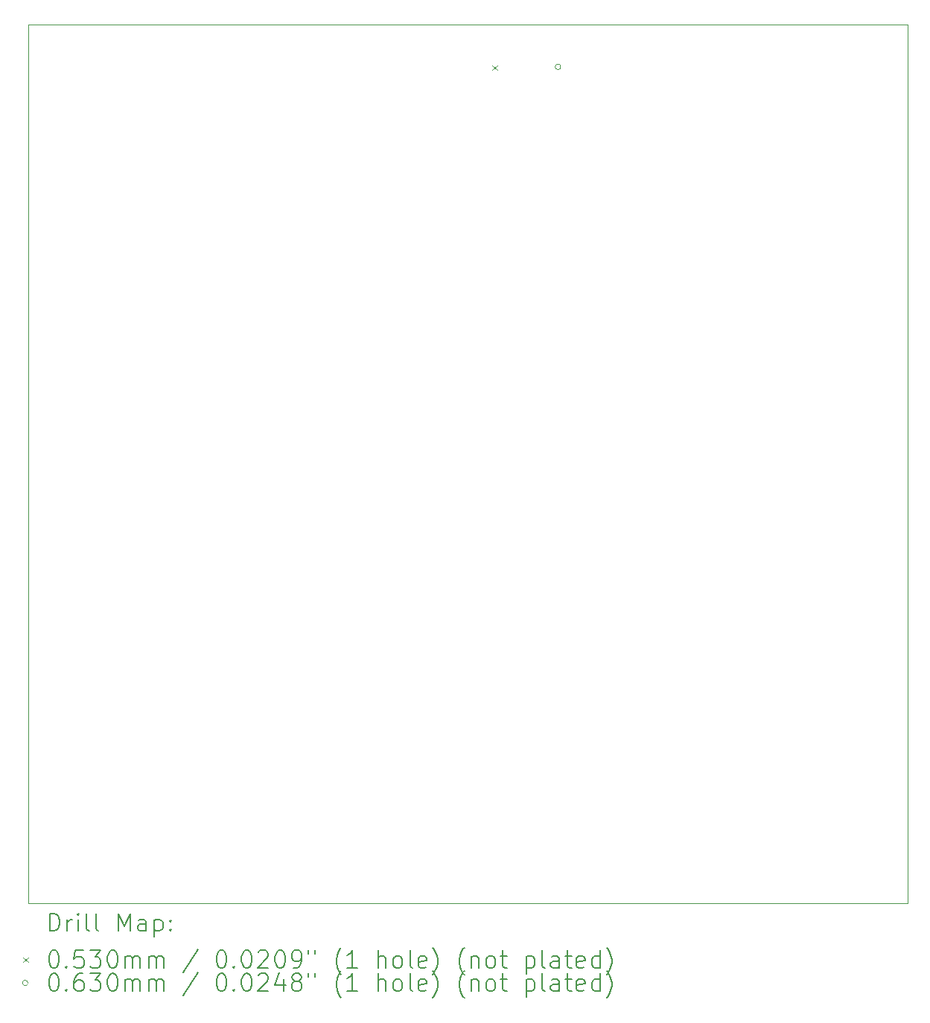
<source format=gbr>
%TF.GenerationSoftware,KiCad,Pcbnew,7.0.2*%
%TF.CreationDate,2024-06-02T17:27:20+02:00*%
%TF.ProjectId,Podgrzewacz,506f6467-727a-4657-9761-637a2e6b6963,rev?*%
%TF.SameCoordinates,Original*%
%TF.FileFunction,Drillmap*%
%TF.FilePolarity,Positive*%
%FSLAX45Y45*%
G04 Gerber Fmt 4.5, Leading zero omitted, Abs format (unit mm)*
G04 Created by KiCad (PCBNEW 7.0.2) date 2024-06-02 17:27:20*
%MOMM*%
%LPD*%
G01*
G04 APERTURE LIST*
%ADD10C,0.100000*%
%ADD11C,0.200000*%
%ADD12C,0.053000*%
%ADD13C,0.063000*%
G04 APERTURE END LIST*
D10*
X10000000Y-6000000D02*
X20000000Y-6000000D01*
X20000000Y-16000000D01*
X10000000Y-16000000D01*
X10000000Y-6000000D01*
D11*
D12*
X15275500Y-6465000D02*
X15328500Y-6518000D01*
X15328500Y-6465000D02*
X15275500Y-6518000D01*
D13*
X16053500Y-6485000D02*
G75*
G03*
X16053500Y-6485000I-31500J0D01*
G01*
D11*
X10242619Y-16317524D02*
X10242619Y-16117524D01*
X10242619Y-16117524D02*
X10290238Y-16117524D01*
X10290238Y-16117524D02*
X10318810Y-16127048D01*
X10318810Y-16127048D02*
X10337857Y-16146095D01*
X10337857Y-16146095D02*
X10347381Y-16165143D01*
X10347381Y-16165143D02*
X10356905Y-16203238D01*
X10356905Y-16203238D02*
X10356905Y-16231809D01*
X10356905Y-16231809D02*
X10347381Y-16269905D01*
X10347381Y-16269905D02*
X10337857Y-16288952D01*
X10337857Y-16288952D02*
X10318810Y-16308000D01*
X10318810Y-16308000D02*
X10290238Y-16317524D01*
X10290238Y-16317524D02*
X10242619Y-16317524D01*
X10442619Y-16317524D02*
X10442619Y-16184190D01*
X10442619Y-16222286D02*
X10452143Y-16203238D01*
X10452143Y-16203238D02*
X10461667Y-16193714D01*
X10461667Y-16193714D02*
X10480714Y-16184190D01*
X10480714Y-16184190D02*
X10499762Y-16184190D01*
X10566429Y-16317524D02*
X10566429Y-16184190D01*
X10566429Y-16117524D02*
X10556905Y-16127048D01*
X10556905Y-16127048D02*
X10566429Y-16136571D01*
X10566429Y-16136571D02*
X10575952Y-16127048D01*
X10575952Y-16127048D02*
X10566429Y-16117524D01*
X10566429Y-16117524D02*
X10566429Y-16136571D01*
X10690238Y-16317524D02*
X10671190Y-16308000D01*
X10671190Y-16308000D02*
X10661667Y-16288952D01*
X10661667Y-16288952D02*
X10661667Y-16117524D01*
X10795000Y-16317524D02*
X10775952Y-16308000D01*
X10775952Y-16308000D02*
X10766429Y-16288952D01*
X10766429Y-16288952D02*
X10766429Y-16117524D01*
X11023571Y-16317524D02*
X11023571Y-16117524D01*
X11023571Y-16117524D02*
X11090238Y-16260381D01*
X11090238Y-16260381D02*
X11156905Y-16117524D01*
X11156905Y-16117524D02*
X11156905Y-16317524D01*
X11337857Y-16317524D02*
X11337857Y-16212762D01*
X11337857Y-16212762D02*
X11328333Y-16193714D01*
X11328333Y-16193714D02*
X11309286Y-16184190D01*
X11309286Y-16184190D02*
X11271190Y-16184190D01*
X11271190Y-16184190D02*
X11252143Y-16193714D01*
X11337857Y-16308000D02*
X11318809Y-16317524D01*
X11318809Y-16317524D02*
X11271190Y-16317524D01*
X11271190Y-16317524D02*
X11252143Y-16308000D01*
X11252143Y-16308000D02*
X11242619Y-16288952D01*
X11242619Y-16288952D02*
X11242619Y-16269905D01*
X11242619Y-16269905D02*
X11252143Y-16250857D01*
X11252143Y-16250857D02*
X11271190Y-16241333D01*
X11271190Y-16241333D02*
X11318809Y-16241333D01*
X11318809Y-16241333D02*
X11337857Y-16231809D01*
X11433095Y-16184190D02*
X11433095Y-16384190D01*
X11433095Y-16193714D02*
X11452143Y-16184190D01*
X11452143Y-16184190D02*
X11490238Y-16184190D01*
X11490238Y-16184190D02*
X11509286Y-16193714D01*
X11509286Y-16193714D02*
X11518809Y-16203238D01*
X11518809Y-16203238D02*
X11528333Y-16222286D01*
X11528333Y-16222286D02*
X11528333Y-16279428D01*
X11528333Y-16279428D02*
X11518809Y-16298476D01*
X11518809Y-16298476D02*
X11509286Y-16308000D01*
X11509286Y-16308000D02*
X11490238Y-16317524D01*
X11490238Y-16317524D02*
X11452143Y-16317524D01*
X11452143Y-16317524D02*
X11433095Y-16308000D01*
X11614048Y-16298476D02*
X11623571Y-16308000D01*
X11623571Y-16308000D02*
X11614048Y-16317524D01*
X11614048Y-16317524D02*
X11604524Y-16308000D01*
X11604524Y-16308000D02*
X11614048Y-16298476D01*
X11614048Y-16298476D02*
X11614048Y-16317524D01*
X11614048Y-16193714D02*
X11623571Y-16203238D01*
X11623571Y-16203238D02*
X11614048Y-16212762D01*
X11614048Y-16212762D02*
X11604524Y-16203238D01*
X11604524Y-16203238D02*
X11614048Y-16193714D01*
X11614048Y-16193714D02*
X11614048Y-16212762D01*
D12*
X9942000Y-16618500D02*
X9995000Y-16671500D01*
X9995000Y-16618500D02*
X9942000Y-16671500D01*
D11*
X10280714Y-16537524D02*
X10299762Y-16537524D01*
X10299762Y-16537524D02*
X10318810Y-16547048D01*
X10318810Y-16547048D02*
X10328333Y-16556571D01*
X10328333Y-16556571D02*
X10337857Y-16575619D01*
X10337857Y-16575619D02*
X10347381Y-16613714D01*
X10347381Y-16613714D02*
X10347381Y-16661333D01*
X10347381Y-16661333D02*
X10337857Y-16699428D01*
X10337857Y-16699428D02*
X10328333Y-16718476D01*
X10328333Y-16718476D02*
X10318810Y-16728000D01*
X10318810Y-16728000D02*
X10299762Y-16737524D01*
X10299762Y-16737524D02*
X10280714Y-16737524D01*
X10280714Y-16737524D02*
X10261667Y-16728000D01*
X10261667Y-16728000D02*
X10252143Y-16718476D01*
X10252143Y-16718476D02*
X10242619Y-16699428D01*
X10242619Y-16699428D02*
X10233095Y-16661333D01*
X10233095Y-16661333D02*
X10233095Y-16613714D01*
X10233095Y-16613714D02*
X10242619Y-16575619D01*
X10242619Y-16575619D02*
X10252143Y-16556571D01*
X10252143Y-16556571D02*
X10261667Y-16547048D01*
X10261667Y-16547048D02*
X10280714Y-16537524D01*
X10433095Y-16718476D02*
X10442619Y-16728000D01*
X10442619Y-16728000D02*
X10433095Y-16737524D01*
X10433095Y-16737524D02*
X10423571Y-16728000D01*
X10423571Y-16728000D02*
X10433095Y-16718476D01*
X10433095Y-16718476D02*
X10433095Y-16737524D01*
X10623571Y-16537524D02*
X10528333Y-16537524D01*
X10528333Y-16537524D02*
X10518810Y-16632762D01*
X10518810Y-16632762D02*
X10528333Y-16623238D01*
X10528333Y-16623238D02*
X10547381Y-16613714D01*
X10547381Y-16613714D02*
X10595000Y-16613714D01*
X10595000Y-16613714D02*
X10614048Y-16623238D01*
X10614048Y-16623238D02*
X10623571Y-16632762D01*
X10623571Y-16632762D02*
X10633095Y-16651809D01*
X10633095Y-16651809D02*
X10633095Y-16699428D01*
X10633095Y-16699428D02*
X10623571Y-16718476D01*
X10623571Y-16718476D02*
X10614048Y-16728000D01*
X10614048Y-16728000D02*
X10595000Y-16737524D01*
X10595000Y-16737524D02*
X10547381Y-16737524D01*
X10547381Y-16737524D02*
X10528333Y-16728000D01*
X10528333Y-16728000D02*
X10518810Y-16718476D01*
X10699762Y-16537524D02*
X10823571Y-16537524D01*
X10823571Y-16537524D02*
X10756905Y-16613714D01*
X10756905Y-16613714D02*
X10785476Y-16613714D01*
X10785476Y-16613714D02*
X10804524Y-16623238D01*
X10804524Y-16623238D02*
X10814048Y-16632762D01*
X10814048Y-16632762D02*
X10823571Y-16651809D01*
X10823571Y-16651809D02*
X10823571Y-16699428D01*
X10823571Y-16699428D02*
X10814048Y-16718476D01*
X10814048Y-16718476D02*
X10804524Y-16728000D01*
X10804524Y-16728000D02*
X10785476Y-16737524D01*
X10785476Y-16737524D02*
X10728333Y-16737524D01*
X10728333Y-16737524D02*
X10709286Y-16728000D01*
X10709286Y-16728000D02*
X10699762Y-16718476D01*
X10947381Y-16537524D02*
X10966429Y-16537524D01*
X10966429Y-16537524D02*
X10985476Y-16547048D01*
X10985476Y-16547048D02*
X10995000Y-16556571D01*
X10995000Y-16556571D02*
X11004524Y-16575619D01*
X11004524Y-16575619D02*
X11014048Y-16613714D01*
X11014048Y-16613714D02*
X11014048Y-16661333D01*
X11014048Y-16661333D02*
X11004524Y-16699428D01*
X11004524Y-16699428D02*
X10995000Y-16718476D01*
X10995000Y-16718476D02*
X10985476Y-16728000D01*
X10985476Y-16728000D02*
X10966429Y-16737524D01*
X10966429Y-16737524D02*
X10947381Y-16737524D01*
X10947381Y-16737524D02*
X10928333Y-16728000D01*
X10928333Y-16728000D02*
X10918810Y-16718476D01*
X10918810Y-16718476D02*
X10909286Y-16699428D01*
X10909286Y-16699428D02*
X10899762Y-16661333D01*
X10899762Y-16661333D02*
X10899762Y-16613714D01*
X10899762Y-16613714D02*
X10909286Y-16575619D01*
X10909286Y-16575619D02*
X10918810Y-16556571D01*
X10918810Y-16556571D02*
X10928333Y-16547048D01*
X10928333Y-16547048D02*
X10947381Y-16537524D01*
X11099762Y-16737524D02*
X11099762Y-16604190D01*
X11099762Y-16623238D02*
X11109286Y-16613714D01*
X11109286Y-16613714D02*
X11128333Y-16604190D01*
X11128333Y-16604190D02*
X11156905Y-16604190D01*
X11156905Y-16604190D02*
X11175952Y-16613714D01*
X11175952Y-16613714D02*
X11185476Y-16632762D01*
X11185476Y-16632762D02*
X11185476Y-16737524D01*
X11185476Y-16632762D02*
X11195000Y-16613714D01*
X11195000Y-16613714D02*
X11214048Y-16604190D01*
X11214048Y-16604190D02*
X11242619Y-16604190D01*
X11242619Y-16604190D02*
X11261667Y-16613714D01*
X11261667Y-16613714D02*
X11271190Y-16632762D01*
X11271190Y-16632762D02*
X11271190Y-16737524D01*
X11366429Y-16737524D02*
X11366429Y-16604190D01*
X11366429Y-16623238D02*
X11375952Y-16613714D01*
X11375952Y-16613714D02*
X11395000Y-16604190D01*
X11395000Y-16604190D02*
X11423571Y-16604190D01*
X11423571Y-16604190D02*
X11442619Y-16613714D01*
X11442619Y-16613714D02*
X11452143Y-16632762D01*
X11452143Y-16632762D02*
X11452143Y-16737524D01*
X11452143Y-16632762D02*
X11461667Y-16613714D01*
X11461667Y-16613714D02*
X11480714Y-16604190D01*
X11480714Y-16604190D02*
X11509286Y-16604190D01*
X11509286Y-16604190D02*
X11528333Y-16613714D01*
X11528333Y-16613714D02*
X11537857Y-16632762D01*
X11537857Y-16632762D02*
X11537857Y-16737524D01*
X11928333Y-16528000D02*
X11756905Y-16785143D01*
X12185476Y-16537524D02*
X12204524Y-16537524D01*
X12204524Y-16537524D02*
X12223572Y-16547048D01*
X12223572Y-16547048D02*
X12233095Y-16556571D01*
X12233095Y-16556571D02*
X12242619Y-16575619D01*
X12242619Y-16575619D02*
X12252143Y-16613714D01*
X12252143Y-16613714D02*
X12252143Y-16661333D01*
X12252143Y-16661333D02*
X12242619Y-16699428D01*
X12242619Y-16699428D02*
X12233095Y-16718476D01*
X12233095Y-16718476D02*
X12223572Y-16728000D01*
X12223572Y-16728000D02*
X12204524Y-16737524D01*
X12204524Y-16737524D02*
X12185476Y-16737524D01*
X12185476Y-16737524D02*
X12166429Y-16728000D01*
X12166429Y-16728000D02*
X12156905Y-16718476D01*
X12156905Y-16718476D02*
X12147381Y-16699428D01*
X12147381Y-16699428D02*
X12137857Y-16661333D01*
X12137857Y-16661333D02*
X12137857Y-16613714D01*
X12137857Y-16613714D02*
X12147381Y-16575619D01*
X12147381Y-16575619D02*
X12156905Y-16556571D01*
X12156905Y-16556571D02*
X12166429Y-16547048D01*
X12166429Y-16547048D02*
X12185476Y-16537524D01*
X12337857Y-16718476D02*
X12347381Y-16728000D01*
X12347381Y-16728000D02*
X12337857Y-16737524D01*
X12337857Y-16737524D02*
X12328333Y-16728000D01*
X12328333Y-16728000D02*
X12337857Y-16718476D01*
X12337857Y-16718476D02*
X12337857Y-16737524D01*
X12471191Y-16537524D02*
X12490238Y-16537524D01*
X12490238Y-16537524D02*
X12509286Y-16547048D01*
X12509286Y-16547048D02*
X12518810Y-16556571D01*
X12518810Y-16556571D02*
X12528333Y-16575619D01*
X12528333Y-16575619D02*
X12537857Y-16613714D01*
X12537857Y-16613714D02*
X12537857Y-16661333D01*
X12537857Y-16661333D02*
X12528333Y-16699428D01*
X12528333Y-16699428D02*
X12518810Y-16718476D01*
X12518810Y-16718476D02*
X12509286Y-16728000D01*
X12509286Y-16728000D02*
X12490238Y-16737524D01*
X12490238Y-16737524D02*
X12471191Y-16737524D01*
X12471191Y-16737524D02*
X12452143Y-16728000D01*
X12452143Y-16728000D02*
X12442619Y-16718476D01*
X12442619Y-16718476D02*
X12433095Y-16699428D01*
X12433095Y-16699428D02*
X12423572Y-16661333D01*
X12423572Y-16661333D02*
X12423572Y-16613714D01*
X12423572Y-16613714D02*
X12433095Y-16575619D01*
X12433095Y-16575619D02*
X12442619Y-16556571D01*
X12442619Y-16556571D02*
X12452143Y-16547048D01*
X12452143Y-16547048D02*
X12471191Y-16537524D01*
X12614048Y-16556571D02*
X12623572Y-16547048D01*
X12623572Y-16547048D02*
X12642619Y-16537524D01*
X12642619Y-16537524D02*
X12690238Y-16537524D01*
X12690238Y-16537524D02*
X12709286Y-16547048D01*
X12709286Y-16547048D02*
X12718810Y-16556571D01*
X12718810Y-16556571D02*
X12728333Y-16575619D01*
X12728333Y-16575619D02*
X12728333Y-16594667D01*
X12728333Y-16594667D02*
X12718810Y-16623238D01*
X12718810Y-16623238D02*
X12604524Y-16737524D01*
X12604524Y-16737524D02*
X12728333Y-16737524D01*
X12852143Y-16537524D02*
X12871191Y-16537524D01*
X12871191Y-16537524D02*
X12890238Y-16547048D01*
X12890238Y-16547048D02*
X12899762Y-16556571D01*
X12899762Y-16556571D02*
X12909286Y-16575619D01*
X12909286Y-16575619D02*
X12918810Y-16613714D01*
X12918810Y-16613714D02*
X12918810Y-16661333D01*
X12918810Y-16661333D02*
X12909286Y-16699428D01*
X12909286Y-16699428D02*
X12899762Y-16718476D01*
X12899762Y-16718476D02*
X12890238Y-16728000D01*
X12890238Y-16728000D02*
X12871191Y-16737524D01*
X12871191Y-16737524D02*
X12852143Y-16737524D01*
X12852143Y-16737524D02*
X12833095Y-16728000D01*
X12833095Y-16728000D02*
X12823572Y-16718476D01*
X12823572Y-16718476D02*
X12814048Y-16699428D01*
X12814048Y-16699428D02*
X12804524Y-16661333D01*
X12804524Y-16661333D02*
X12804524Y-16613714D01*
X12804524Y-16613714D02*
X12814048Y-16575619D01*
X12814048Y-16575619D02*
X12823572Y-16556571D01*
X12823572Y-16556571D02*
X12833095Y-16547048D01*
X12833095Y-16547048D02*
X12852143Y-16537524D01*
X13014048Y-16737524D02*
X13052143Y-16737524D01*
X13052143Y-16737524D02*
X13071191Y-16728000D01*
X13071191Y-16728000D02*
X13080714Y-16718476D01*
X13080714Y-16718476D02*
X13099762Y-16689905D01*
X13099762Y-16689905D02*
X13109286Y-16651809D01*
X13109286Y-16651809D02*
X13109286Y-16575619D01*
X13109286Y-16575619D02*
X13099762Y-16556571D01*
X13099762Y-16556571D02*
X13090238Y-16547048D01*
X13090238Y-16547048D02*
X13071191Y-16537524D01*
X13071191Y-16537524D02*
X13033095Y-16537524D01*
X13033095Y-16537524D02*
X13014048Y-16547048D01*
X13014048Y-16547048D02*
X13004524Y-16556571D01*
X13004524Y-16556571D02*
X12995000Y-16575619D01*
X12995000Y-16575619D02*
X12995000Y-16623238D01*
X12995000Y-16623238D02*
X13004524Y-16642286D01*
X13004524Y-16642286D02*
X13014048Y-16651809D01*
X13014048Y-16651809D02*
X13033095Y-16661333D01*
X13033095Y-16661333D02*
X13071191Y-16661333D01*
X13071191Y-16661333D02*
X13090238Y-16651809D01*
X13090238Y-16651809D02*
X13099762Y-16642286D01*
X13099762Y-16642286D02*
X13109286Y-16623238D01*
X13185476Y-16537524D02*
X13185476Y-16575619D01*
X13261667Y-16537524D02*
X13261667Y-16575619D01*
X13556905Y-16813714D02*
X13547381Y-16804190D01*
X13547381Y-16804190D02*
X13528334Y-16775619D01*
X13528334Y-16775619D02*
X13518810Y-16756571D01*
X13518810Y-16756571D02*
X13509286Y-16728000D01*
X13509286Y-16728000D02*
X13499762Y-16680381D01*
X13499762Y-16680381D02*
X13499762Y-16642286D01*
X13499762Y-16642286D02*
X13509286Y-16594667D01*
X13509286Y-16594667D02*
X13518810Y-16566095D01*
X13518810Y-16566095D02*
X13528334Y-16547048D01*
X13528334Y-16547048D02*
X13547381Y-16518476D01*
X13547381Y-16518476D02*
X13556905Y-16508952D01*
X13737857Y-16737524D02*
X13623572Y-16737524D01*
X13680714Y-16737524D02*
X13680714Y-16537524D01*
X13680714Y-16537524D02*
X13661667Y-16566095D01*
X13661667Y-16566095D02*
X13642619Y-16585143D01*
X13642619Y-16585143D02*
X13623572Y-16594667D01*
X13975953Y-16737524D02*
X13975953Y-16537524D01*
X14061667Y-16737524D02*
X14061667Y-16632762D01*
X14061667Y-16632762D02*
X14052143Y-16613714D01*
X14052143Y-16613714D02*
X14033096Y-16604190D01*
X14033096Y-16604190D02*
X14004524Y-16604190D01*
X14004524Y-16604190D02*
X13985476Y-16613714D01*
X13985476Y-16613714D02*
X13975953Y-16623238D01*
X14185476Y-16737524D02*
X14166429Y-16728000D01*
X14166429Y-16728000D02*
X14156905Y-16718476D01*
X14156905Y-16718476D02*
X14147381Y-16699428D01*
X14147381Y-16699428D02*
X14147381Y-16642286D01*
X14147381Y-16642286D02*
X14156905Y-16623238D01*
X14156905Y-16623238D02*
X14166429Y-16613714D01*
X14166429Y-16613714D02*
X14185476Y-16604190D01*
X14185476Y-16604190D02*
X14214048Y-16604190D01*
X14214048Y-16604190D02*
X14233096Y-16613714D01*
X14233096Y-16613714D02*
X14242619Y-16623238D01*
X14242619Y-16623238D02*
X14252143Y-16642286D01*
X14252143Y-16642286D02*
X14252143Y-16699428D01*
X14252143Y-16699428D02*
X14242619Y-16718476D01*
X14242619Y-16718476D02*
X14233096Y-16728000D01*
X14233096Y-16728000D02*
X14214048Y-16737524D01*
X14214048Y-16737524D02*
X14185476Y-16737524D01*
X14366429Y-16737524D02*
X14347381Y-16728000D01*
X14347381Y-16728000D02*
X14337857Y-16708952D01*
X14337857Y-16708952D02*
X14337857Y-16537524D01*
X14518810Y-16728000D02*
X14499762Y-16737524D01*
X14499762Y-16737524D02*
X14461667Y-16737524D01*
X14461667Y-16737524D02*
X14442619Y-16728000D01*
X14442619Y-16728000D02*
X14433096Y-16708952D01*
X14433096Y-16708952D02*
X14433096Y-16632762D01*
X14433096Y-16632762D02*
X14442619Y-16613714D01*
X14442619Y-16613714D02*
X14461667Y-16604190D01*
X14461667Y-16604190D02*
X14499762Y-16604190D01*
X14499762Y-16604190D02*
X14518810Y-16613714D01*
X14518810Y-16613714D02*
X14528334Y-16632762D01*
X14528334Y-16632762D02*
X14528334Y-16651809D01*
X14528334Y-16651809D02*
X14433096Y-16670857D01*
X14595000Y-16813714D02*
X14604524Y-16804190D01*
X14604524Y-16804190D02*
X14623572Y-16775619D01*
X14623572Y-16775619D02*
X14633096Y-16756571D01*
X14633096Y-16756571D02*
X14642619Y-16728000D01*
X14642619Y-16728000D02*
X14652143Y-16680381D01*
X14652143Y-16680381D02*
X14652143Y-16642286D01*
X14652143Y-16642286D02*
X14642619Y-16594667D01*
X14642619Y-16594667D02*
X14633096Y-16566095D01*
X14633096Y-16566095D02*
X14623572Y-16547048D01*
X14623572Y-16547048D02*
X14604524Y-16518476D01*
X14604524Y-16518476D02*
X14595000Y-16508952D01*
X14956905Y-16813714D02*
X14947381Y-16804190D01*
X14947381Y-16804190D02*
X14928334Y-16775619D01*
X14928334Y-16775619D02*
X14918810Y-16756571D01*
X14918810Y-16756571D02*
X14909286Y-16728000D01*
X14909286Y-16728000D02*
X14899762Y-16680381D01*
X14899762Y-16680381D02*
X14899762Y-16642286D01*
X14899762Y-16642286D02*
X14909286Y-16594667D01*
X14909286Y-16594667D02*
X14918810Y-16566095D01*
X14918810Y-16566095D02*
X14928334Y-16547048D01*
X14928334Y-16547048D02*
X14947381Y-16518476D01*
X14947381Y-16518476D02*
X14956905Y-16508952D01*
X15033096Y-16604190D02*
X15033096Y-16737524D01*
X15033096Y-16623238D02*
X15042619Y-16613714D01*
X15042619Y-16613714D02*
X15061667Y-16604190D01*
X15061667Y-16604190D02*
X15090238Y-16604190D01*
X15090238Y-16604190D02*
X15109286Y-16613714D01*
X15109286Y-16613714D02*
X15118810Y-16632762D01*
X15118810Y-16632762D02*
X15118810Y-16737524D01*
X15242619Y-16737524D02*
X15223572Y-16728000D01*
X15223572Y-16728000D02*
X15214048Y-16718476D01*
X15214048Y-16718476D02*
X15204524Y-16699428D01*
X15204524Y-16699428D02*
X15204524Y-16642286D01*
X15204524Y-16642286D02*
X15214048Y-16623238D01*
X15214048Y-16623238D02*
X15223572Y-16613714D01*
X15223572Y-16613714D02*
X15242619Y-16604190D01*
X15242619Y-16604190D02*
X15271191Y-16604190D01*
X15271191Y-16604190D02*
X15290238Y-16613714D01*
X15290238Y-16613714D02*
X15299762Y-16623238D01*
X15299762Y-16623238D02*
X15309286Y-16642286D01*
X15309286Y-16642286D02*
X15309286Y-16699428D01*
X15309286Y-16699428D02*
X15299762Y-16718476D01*
X15299762Y-16718476D02*
X15290238Y-16728000D01*
X15290238Y-16728000D02*
X15271191Y-16737524D01*
X15271191Y-16737524D02*
X15242619Y-16737524D01*
X15366429Y-16604190D02*
X15442619Y-16604190D01*
X15395000Y-16537524D02*
X15395000Y-16708952D01*
X15395000Y-16708952D02*
X15404524Y-16728000D01*
X15404524Y-16728000D02*
X15423572Y-16737524D01*
X15423572Y-16737524D02*
X15442619Y-16737524D01*
X15661667Y-16604190D02*
X15661667Y-16804190D01*
X15661667Y-16613714D02*
X15680715Y-16604190D01*
X15680715Y-16604190D02*
X15718810Y-16604190D01*
X15718810Y-16604190D02*
X15737858Y-16613714D01*
X15737858Y-16613714D02*
X15747381Y-16623238D01*
X15747381Y-16623238D02*
X15756905Y-16642286D01*
X15756905Y-16642286D02*
X15756905Y-16699428D01*
X15756905Y-16699428D02*
X15747381Y-16718476D01*
X15747381Y-16718476D02*
X15737858Y-16728000D01*
X15737858Y-16728000D02*
X15718810Y-16737524D01*
X15718810Y-16737524D02*
X15680715Y-16737524D01*
X15680715Y-16737524D02*
X15661667Y-16728000D01*
X15871191Y-16737524D02*
X15852143Y-16728000D01*
X15852143Y-16728000D02*
X15842619Y-16708952D01*
X15842619Y-16708952D02*
X15842619Y-16537524D01*
X16033096Y-16737524D02*
X16033096Y-16632762D01*
X16033096Y-16632762D02*
X16023572Y-16613714D01*
X16023572Y-16613714D02*
X16004524Y-16604190D01*
X16004524Y-16604190D02*
X15966429Y-16604190D01*
X15966429Y-16604190D02*
X15947381Y-16613714D01*
X16033096Y-16728000D02*
X16014048Y-16737524D01*
X16014048Y-16737524D02*
X15966429Y-16737524D01*
X15966429Y-16737524D02*
X15947381Y-16728000D01*
X15947381Y-16728000D02*
X15937858Y-16708952D01*
X15937858Y-16708952D02*
X15937858Y-16689905D01*
X15937858Y-16689905D02*
X15947381Y-16670857D01*
X15947381Y-16670857D02*
X15966429Y-16661333D01*
X15966429Y-16661333D02*
X16014048Y-16661333D01*
X16014048Y-16661333D02*
X16033096Y-16651809D01*
X16099762Y-16604190D02*
X16175953Y-16604190D01*
X16128334Y-16537524D02*
X16128334Y-16708952D01*
X16128334Y-16708952D02*
X16137858Y-16728000D01*
X16137858Y-16728000D02*
X16156905Y-16737524D01*
X16156905Y-16737524D02*
X16175953Y-16737524D01*
X16318810Y-16728000D02*
X16299762Y-16737524D01*
X16299762Y-16737524D02*
X16261667Y-16737524D01*
X16261667Y-16737524D02*
X16242619Y-16728000D01*
X16242619Y-16728000D02*
X16233096Y-16708952D01*
X16233096Y-16708952D02*
X16233096Y-16632762D01*
X16233096Y-16632762D02*
X16242619Y-16613714D01*
X16242619Y-16613714D02*
X16261667Y-16604190D01*
X16261667Y-16604190D02*
X16299762Y-16604190D01*
X16299762Y-16604190D02*
X16318810Y-16613714D01*
X16318810Y-16613714D02*
X16328334Y-16632762D01*
X16328334Y-16632762D02*
X16328334Y-16651809D01*
X16328334Y-16651809D02*
X16233096Y-16670857D01*
X16499762Y-16737524D02*
X16499762Y-16537524D01*
X16499762Y-16728000D02*
X16480715Y-16737524D01*
X16480715Y-16737524D02*
X16442619Y-16737524D01*
X16442619Y-16737524D02*
X16423572Y-16728000D01*
X16423572Y-16728000D02*
X16414048Y-16718476D01*
X16414048Y-16718476D02*
X16404524Y-16699428D01*
X16404524Y-16699428D02*
X16404524Y-16642286D01*
X16404524Y-16642286D02*
X16414048Y-16623238D01*
X16414048Y-16623238D02*
X16423572Y-16613714D01*
X16423572Y-16613714D02*
X16442619Y-16604190D01*
X16442619Y-16604190D02*
X16480715Y-16604190D01*
X16480715Y-16604190D02*
X16499762Y-16613714D01*
X16575953Y-16813714D02*
X16585477Y-16804190D01*
X16585477Y-16804190D02*
X16604524Y-16775619D01*
X16604524Y-16775619D02*
X16614048Y-16756571D01*
X16614048Y-16756571D02*
X16623572Y-16728000D01*
X16623572Y-16728000D02*
X16633096Y-16680381D01*
X16633096Y-16680381D02*
X16633096Y-16642286D01*
X16633096Y-16642286D02*
X16623572Y-16594667D01*
X16623572Y-16594667D02*
X16614048Y-16566095D01*
X16614048Y-16566095D02*
X16604524Y-16547048D01*
X16604524Y-16547048D02*
X16585477Y-16518476D01*
X16585477Y-16518476D02*
X16575953Y-16508952D01*
D13*
X9995000Y-16909000D02*
G75*
G03*
X9995000Y-16909000I-31500J0D01*
G01*
D11*
X10280714Y-16801524D02*
X10299762Y-16801524D01*
X10299762Y-16801524D02*
X10318810Y-16811048D01*
X10318810Y-16811048D02*
X10328333Y-16820571D01*
X10328333Y-16820571D02*
X10337857Y-16839619D01*
X10337857Y-16839619D02*
X10347381Y-16877714D01*
X10347381Y-16877714D02*
X10347381Y-16925333D01*
X10347381Y-16925333D02*
X10337857Y-16963429D01*
X10337857Y-16963429D02*
X10328333Y-16982476D01*
X10328333Y-16982476D02*
X10318810Y-16992000D01*
X10318810Y-16992000D02*
X10299762Y-17001524D01*
X10299762Y-17001524D02*
X10280714Y-17001524D01*
X10280714Y-17001524D02*
X10261667Y-16992000D01*
X10261667Y-16992000D02*
X10252143Y-16982476D01*
X10252143Y-16982476D02*
X10242619Y-16963429D01*
X10242619Y-16963429D02*
X10233095Y-16925333D01*
X10233095Y-16925333D02*
X10233095Y-16877714D01*
X10233095Y-16877714D02*
X10242619Y-16839619D01*
X10242619Y-16839619D02*
X10252143Y-16820571D01*
X10252143Y-16820571D02*
X10261667Y-16811048D01*
X10261667Y-16811048D02*
X10280714Y-16801524D01*
X10433095Y-16982476D02*
X10442619Y-16992000D01*
X10442619Y-16992000D02*
X10433095Y-17001524D01*
X10433095Y-17001524D02*
X10423571Y-16992000D01*
X10423571Y-16992000D02*
X10433095Y-16982476D01*
X10433095Y-16982476D02*
X10433095Y-17001524D01*
X10614048Y-16801524D02*
X10575952Y-16801524D01*
X10575952Y-16801524D02*
X10556905Y-16811048D01*
X10556905Y-16811048D02*
X10547381Y-16820571D01*
X10547381Y-16820571D02*
X10528333Y-16849143D01*
X10528333Y-16849143D02*
X10518810Y-16887238D01*
X10518810Y-16887238D02*
X10518810Y-16963429D01*
X10518810Y-16963429D02*
X10528333Y-16982476D01*
X10528333Y-16982476D02*
X10537857Y-16992000D01*
X10537857Y-16992000D02*
X10556905Y-17001524D01*
X10556905Y-17001524D02*
X10595000Y-17001524D01*
X10595000Y-17001524D02*
X10614048Y-16992000D01*
X10614048Y-16992000D02*
X10623571Y-16982476D01*
X10623571Y-16982476D02*
X10633095Y-16963429D01*
X10633095Y-16963429D02*
X10633095Y-16915810D01*
X10633095Y-16915810D02*
X10623571Y-16896762D01*
X10623571Y-16896762D02*
X10614048Y-16887238D01*
X10614048Y-16887238D02*
X10595000Y-16877714D01*
X10595000Y-16877714D02*
X10556905Y-16877714D01*
X10556905Y-16877714D02*
X10537857Y-16887238D01*
X10537857Y-16887238D02*
X10528333Y-16896762D01*
X10528333Y-16896762D02*
X10518810Y-16915810D01*
X10699762Y-16801524D02*
X10823571Y-16801524D01*
X10823571Y-16801524D02*
X10756905Y-16877714D01*
X10756905Y-16877714D02*
X10785476Y-16877714D01*
X10785476Y-16877714D02*
X10804524Y-16887238D01*
X10804524Y-16887238D02*
X10814048Y-16896762D01*
X10814048Y-16896762D02*
X10823571Y-16915810D01*
X10823571Y-16915810D02*
X10823571Y-16963429D01*
X10823571Y-16963429D02*
X10814048Y-16982476D01*
X10814048Y-16982476D02*
X10804524Y-16992000D01*
X10804524Y-16992000D02*
X10785476Y-17001524D01*
X10785476Y-17001524D02*
X10728333Y-17001524D01*
X10728333Y-17001524D02*
X10709286Y-16992000D01*
X10709286Y-16992000D02*
X10699762Y-16982476D01*
X10947381Y-16801524D02*
X10966429Y-16801524D01*
X10966429Y-16801524D02*
X10985476Y-16811048D01*
X10985476Y-16811048D02*
X10995000Y-16820571D01*
X10995000Y-16820571D02*
X11004524Y-16839619D01*
X11004524Y-16839619D02*
X11014048Y-16877714D01*
X11014048Y-16877714D02*
X11014048Y-16925333D01*
X11014048Y-16925333D02*
X11004524Y-16963429D01*
X11004524Y-16963429D02*
X10995000Y-16982476D01*
X10995000Y-16982476D02*
X10985476Y-16992000D01*
X10985476Y-16992000D02*
X10966429Y-17001524D01*
X10966429Y-17001524D02*
X10947381Y-17001524D01*
X10947381Y-17001524D02*
X10928333Y-16992000D01*
X10928333Y-16992000D02*
X10918810Y-16982476D01*
X10918810Y-16982476D02*
X10909286Y-16963429D01*
X10909286Y-16963429D02*
X10899762Y-16925333D01*
X10899762Y-16925333D02*
X10899762Y-16877714D01*
X10899762Y-16877714D02*
X10909286Y-16839619D01*
X10909286Y-16839619D02*
X10918810Y-16820571D01*
X10918810Y-16820571D02*
X10928333Y-16811048D01*
X10928333Y-16811048D02*
X10947381Y-16801524D01*
X11099762Y-17001524D02*
X11099762Y-16868190D01*
X11099762Y-16887238D02*
X11109286Y-16877714D01*
X11109286Y-16877714D02*
X11128333Y-16868190D01*
X11128333Y-16868190D02*
X11156905Y-16868190D01*
X11156905Y-16868190D02*
X11175952Y-16877714D01*
X11175952Y-16877714D02*
X11185476Y-16896762D01*
X11185476Y-16896762D02*
X11185476Y-17001524D01*
X11185476Y-16896762D02*
X11195000Y-16877714D01*
X11195000Y-16877714D02*
X11214048Y-16868190D01*
X11214048Y-16868190D02*
X11242619Y-16868190D01*
X11242619Y-16868190D02*
X11261667Y-16877714D01*
X11261667Y-16877714D02*
X11271190Y-16896762D01*
X11271190Y-16896762D02*
X11271190Y-17001524D01*
X11366429Y-17001524D02*
X11366429Y-16868190D01*
X11366429Y-16887238D02*
X11375952Y-16877714D01*
X11375952Y-16877714D02*
X11395000Y-16868190D01*
X11395000Y-16868190D02*
X11423571Y-16868190D01*
X11423571Y-16868190D02*
X11442619Y-16877714D01*
X11442619Y-16877714D02*
X11452143Y-16896762D01*
X11452143Y-16896762D02*
X11452143Y-17001524D01*
X11452143Y-16896762D02*
X11461667Y-16877714D01*
X11461667Y-16877714D02*
X11480714Y-16868190D01*
X11480714Y-16868190D02*
X11509286Y-16868190D01*
X11509286Y-16868190D02*
X11528333Y-16877714D01*
X11528333Y-16877714D02*
X11537857Y-16896762D01*
X11537857Y-16896762D02*
X11537857Y-17001524D01*
X11928333Y-16792000D02*
X11756905Y-17049143D01*
X12185476Y-16801524D02*
X12204524Y-16801524D01*
X12204524Y-16801524D02*
X12223572Y-16811048D01*
X12223572Y-16811048D02*
X12233095Y-16820571D01*
X12233095Y-16820571D02*
X12242619Y-16839619D01*
X12242619Y-16839619D02*
X12252143Y-16877714D01*
X12252143Y-16877714D02*
X12252143Y-16925333D01*
X12252143Y-16925333D02*
X12242619Y-16963429D01*
X12242619Y-16963429D02*
X12233095Y-16982476D01*
X12233095Y-16982476D02*
X12223572Y-16992000D01*
X12223572Y-16992000D02*
X12204524Y-17001524D01*
X12204524Y-17001524D02*
X12185476Y-17001524D01*
X12185476Y-17001524D02*
X12166429Y-16992000D01*
X12166429Y-16992000D02*
X12156905Y-16982476D01*
X12156905Y-16982476D02*
X12147381Y-16963429D01*
X12147381Y-16963429D02*
X12137857Y-16925333D01*
X12137857Y-16925333D02*
X12137857Y-16877714D01*
X12137857Y-16877714D02*
X12147381Y-16839619D01*
X12147381Y-16839619D02*
X12156905Y-16820571D01*
X12156905Y-16820571D02*
X12166429Y-16811048D01*
X12166429Y-16811048D02*
X12185476Y-16801524D01*
X12337857Y-16982476D02*
X12347381Y-16992000D01*
X12347381Y-16992000D02*
X12337857Y-17001524D01*
X12337857Y-17001524D02*
X12328333Y-16992000D01*
X12328333Y-16992000D02*
X12337857Y-16982476D01*
X12337857Y-16982476D02*
X12337857Y-17001524D01*
X12471191Y-16801524D02*
X12490238Y-16801524D01*
X12490238Y-16801524D02*
X12509286Y-16811048D01*
X12509286Y-16811048D02*
X12518810Y-16820571D01*
X12518810Y-16820571D02*
X12528333Y-16839619D01*
X12528333Y-16839619D02*
X12537857Y-16877714D01*
X12537857Y-16877714D02*
X12537857Y-16925333D01*
X12537857Y-16925333D02*
X12528333Y-16963429D01*
X12528333Y-16963429D02*
X12518810Y-16982476D01*
X12518810Y-16982476D02*
X12509286Y-16992000D01*
X12509286Y-16992000D02*
X12490238Y-17001524D01*
X12490238Y-17001524D02*
X12471191Y-17001524D01*
X12471191Y-17001524D02*
X12452143Y-16992000D01*
X12452143Y-16992000D02*
X12442619Y-16982476D01*
X12442619Y-16982476D02*
X12433095Y-16963429D01*
X12433095Y-16963429D02*
X12423572Y-16925333D01*
X12423572Y-16925333D02*
X12423572Y-16877714D01*
X12423572Y-16877714D02*
X12433095Y-16839619D01*
X12433095Y-16839619D02*
X12442619Y-16820571D01*
X12442619Y-16820571D02*
X12452143Y-16811048D01*
X12452143Y-16811048D02*
X12471191Y-16801524D01*
X12614048Y-16820571D02*
X12623572Y-16811048D01*
X12623572Y-16811048D02*
X12642619Y-16801524D01*
X12642619Y-16801524D02*
X12690238Y-16801524D01*
X12690238Y-16801524D02*
X12709286Y-16811048D01*
X12709286Y-16811048D02*
X12718810Y-16820571D01*
X12718810Y-16820571D02*
X12728333Y-16839619D01*
X12728333Y-16839619D02*
X12728333Y-16858667D01*
X12728333Y-16858667D02*
X12718810Y-16887238D01*
X12718810Y-16887238D02*
X12604524Y-17001524D01*
X12604524Y-17001524D02*
X12728333Y-17001524D01*
X12899762Y-16868190D02*
X12899762Y-17001524D01*
X12852143Y-16792000D02*
X12804524Y-16934857D01*
X12804524Y-16934857D02*
X12928333Y-16934857D01*
X13033095Y-16887238D02*
X13014048Y-16877714D01*
X13014048Y-16877714D02*
X13004524Y-16868190D01*
X13004524Y-16868190D02*
X12995000Y-16849143D01*
X12995000Y-16849143D02*
X12995000Y-16839619D01*
X12995000Y-16839619D02*
X13004524Y-16820571D01*
X13004524Y-16820571D02*
X13014048Y-16811048D01*
X13014048Y-16811048D02*
X13033095Y-16801524D01*
X13033095Y-16801524D02*
X13071191Y-16801524D01*
X13071191Y-16801524D02*
X13090238Y-16811048D01*
X13090238Y-16811048D02*
X13099762Y-16820571D01*
X13099762Y-16820571D02*
X13109286Y-16839619D01*
X13109286Y-16839619D02*
X13109286Y-16849143D01*
X13109286Y-16849143D02*
X13099762Y-16868190D01*
X13099762Y-16868190D02*
X13090238Y-16877714D01*
X13090238Y-16877714D02*
X13071191Y-16887238D01*
X13071191Y-16887238D02*
X13033095Y-16887238D01*
X13033095Y-16887238D02*
X13014048Y-16896762D01*
X13014048Y-16896762D02*
X13004524Y-16906286D01*
X13004524Y-16906286D02*
X12995000Y-16925333D01*
X12995000Y-16925333D02*
X12995000Y-16963429D01*
X12995000Y-16963429D02*
X13004524Y-16982476D01*
X13004524Y-16982476D02*
X13014048Y-16992000D01*
X13014048Y-16992000D02*
X13033095Y-17001524D01*
X13033095Y-17001524D02*
X13071191Y-17001524D01*
X13071191Y-17001524D02*
X13090238Y-16992000D01*
X13090238Y-16992000D02*
X13099762Y-16982476D01*
X13099762Y-16982476D02*
X13109286Y-16963429D01*
X13109286Y-16963429D02*
X13109286Y-16925333D01*
X13109286Y-16925333D02*
X13099762Y-16906286D01*
X13099762Y-16906286D02*
X13090238Y-16896762D01*
X13090238Y-16896762D02*
X13071191Y-16887238D01*
X13185476Y-16801524D02*
X13185476Y-16839619D01*
X13261667Y-16801524D02*
X13261667Y-16839619D01*
X13556905Y-17077714D02*
X13547381Y-17068190D01*
X13547381Y-17068190D02*
X13528334Y-17039619D01*
X13528334Y-17039619D02*
X13518810Y-17020571D01*
X13518810Y-17020571D02*
X13509286Y-16992000D01*
X13509286Y-16992000D02*
X13499762Y-16944381D01*
X13499762Y-16944381D02*
X13499762Y-16906286D01*
X13499762Y-16906286D02*
X13509286Y-16858667D01*
X13509286Y-16858667D02*
X13518810Y-16830095D01*
X13518810Y-16830095D02*
X13528334Y-16811048D01*
X13528334Y-16811048D02*
X13547381Y-16782476D01*
X13547381Y-16782476D02*
X13556905Y-16772952D01*
X13737857Y-17001524D02*
X13623572Y-17001524D01*
X13680714Y-17001524D02*
X13680714Y-16801524D01*
X13680714Y-16801524D02*
X13661667Y-16830095D01*
X13661667Y-16830095D02*
X13642619Y-16849143D01*
X13642619Y-16849143D02*
X13623572Y-16858667D01*
X13975953Y-17001524D02*
X13975953Y-16801524D01*
X14061667Y-17001524D02*
X14061667Y-16896762D01*
X14061667Y-16896762D02*
X14052143Y-16877714D01*
X14052143Y-16877714D02*
X14033096Y-16868190D01*
X14033096Y-16868190D02*
X14004524Y-16868190D01*
X14004524Y-16868190D02*
X13985476Y-16877714D01*
X13985476Y-16877714D02*
X13975953Y-16887238D01*
X14185476Y-17001524D02*
X14166429Y-16992000D01*
X14166429Y-16992000D02*
X14156905Y-16982476D01*
X14156905Y-16982476D02*
X14147381Y-16963429D01*
X14147381Y-16963429D02*
X14147381Y-16906286D01*
X14147381Y-16906286D02*
X14156905Y-16887238D01*
X14156905Y-16887238D02*
X14166429Y-16877714D01*
X14166429Y-16877714D02*
X14185476Y-16868190D01*
X14185476Y-16868190D02*
X14214048Y-16868190D01*
X14214048Y-16868190D02*
X14233096Y-16877714D01*
X14233096Y-16877714D02*
X14242619Y-16887238D01*
X14242619Y-16887238D02*
X14252143Y-16906286D01*
X14252143Y-16906286D02*
X14252143Y-16963429D01*
X14252143Y-16963429D02*
X14242619Y-16982476D01*
X14242619Y-16982476D02*
X14233096Y-16992000D01*
X14233096Y-16992000D02*
X14214048Y-17001524D01*
X14214048Y-17001524D02*
X14185476Y-17001524D01*
X14366429Y-17001524D02*
X14347381Y-16992000D01*
X14347381Y-16992000D02*
X14337857Y-16972952D01*
X14337857Y-16972952D02*
X14337857Y-16801524D01*
X14518810Y-16992000D02*
X14499762Y-17001524D01*
X14499762Y-17001524D02*
X14461667Y-17001524D01*
X14461667Y-17001524D02*
X14442619Y-16992000D01*
X14442619Y-16992000D02*
X14433096Y-16972952D01*
X14433096Y-16972952D02*
X14433096Y-16896762D01*
X14433096Y-16896762D02*
X14442619Y-16877714D01*
X14442619Y-16877714D02*
X14461667Y-16868190D01*
X14461667Y-16868190D02*
X14499762Y-16868190D01*
X14499762Y-16868190D02*
X14518810Y-16877714D01*
X14518810Y-16877714D02*
X14528334Y-16896762D01*
X14528334Y-16896762D02*
X14528334Y-16915810D01*
X14528334Y-16915810D02*
X14433096Y-16934857D01*
X14595000Y-17077714D02*
X14604524Y-17068190D01*
X14604524Y-17068190D02*
X14623572Y-17039619D01*
X14623572Y-17039619D02*
X14633096Y-17020571D01*
X14633096Y-17020571D02*
X14642619Y-16992000D01*
X14642619Y-16992000D02*
X14652143Y-16944381D01*
X14652143Y-16944381D02*
X14652143Y-16906286D01*
X14652143Y-16906286D02*
X14642619Y-16858667D01*
X14642619Y-16858667D02*
X14633096Y-16830095D01*
X14633096Y-16830095D02*
X14623572Y-16811048D01*
X14623572Y-16811048D02*
X14604524Y-16782476D01*
X14604524Y-16782476D02*
X14595000Y-16772952D01*
X14956905Y-17077714D02*
X14947381Y-17068190D01*
X14947381Y-17068190D02*
X14928334Y-17039619D01*
X14928334Y-17039619D02*
X14918810Y-17020571D01*
X14918810Y-17020571D02*
X14909286Y-16992000D01*
X14909286Y-16992000D02*
X14899762Y-16944381D01*
X14899762Y-16944381D02*
X14899762Y-16906286D01*
X14899762Y-16906286D02*
X14909286Y-16858667D01*
X14909286Y-16858667D02*
X14918810Y-16830095D01*
X14918810Y-16830095D02*
X14928334Y-16811048D01*
X14928334Y-16811048D02*
X14947381Y-16782476D01*
X14947381Y-16782476D02*
X14956905Y-16772952D01*
X15033096Y-16868190D02*
X15033096Y-17001524D01*
X15033096Y-16887238D02*
X15042619Y-16877714D01*
X15042619Y-16877714D02*
X15061667Y-16868190D01*
X15061667Y-16868190D02*
X15090238Y-16868190D01*
X15090238Y-16868190D02*
X15109286Y-16877714D01*
X15109286Y-16877714D02*
X15118810Y-16896762D01*
X15118810Y-16896762D02*
X15118810Y-17001524D01*
X15242619Y-17001524D02*
X15223572Y-16992000D01*
X15223572Y-16992000D02*
X15214048Y-16982476D01*
X15214048Y-16982476D02*
X15204524Y-16963429D01*
X15204524Y-16963429D02*
X15204524Y-16906286D01*
X15204524Y-16906286D02*
X15214048Y-16887238D01*
X15214048Y-16887238D02*
X15223572Y-16877714D01*
X15223572Y-16877714D02*
X15242619Y-16868190D01*
X15242619Y-16868190D02*
X15271191Y-16868190D01*
X15271191Y-16868190D02*
X15290238Y-16877714D01*
X15290238Y-16877714D02*
X15299762Y-16887238D01*
X15299762Y-16887238D02*
X15309286Y-16906286D01*
X15309286Y-16906286D02*
X15309286Y-16963429D01*
X15309286Y-16963429D02*
X15299762Y-16982476D01*
X15299762Y-16982476D02*
X15290238Y-16992000D01*
X15290238Y-16992000D02*
X15271191Y-17001524D01*
X15271191Y-17001524D02*
X15242619Y-17001524D01*
X15366429Y-16868190D02*
X15442619Y-16868190D01*
X15395000Y-16801524D02*
X15395000Y-16972952D01*
X15395000Y-16972952D02*
X15404524Y-16992000D01*
X15404524Y-16992000D02*
X15423572Y-17001524D01*
X15423572Y-17001524D02*
X15442619Y-17001524D01*
X15661667Y-16868190D02*
X15661667Y-17068190D01*
X15661667Y-16877714D02*
X15680715Y-16868190D01*
X15680715Y-16868190D02*
X15718810Y-16868190D01*
X15718810Y-16868190D02*
X15737858Y-16877714D01*
X15737858Y-16877714D02*
X15747381Y-16887238D01*
X15747381Y-16887238D02*
X15756905Y-16906286D01*
X15756905Y-16906286D02*
X15756905Y-16963429D01*
X15756905Y-16963429D02*
X15747381Y-16982476D01*
X15747381Y-16982476D02*
X15737858Y-16992000D01*
X15737858Y-16992000D02*
X15718810Y-17001524D01*
X15718810Y-17001524D02*
X15680715Y-17001524D01*
X15680715Y-17001524D02*
X15661667Y-16992000D01*
X15871191Y-17001524D02*
X15852143Y-16992000D01*
X15852143Y-16992000D02*
X15842619Y-16972952D01*
X15842619Y-16972952D02*
X15842619Y-16801524D01*
X16033096Y-17001524D02*
X16033096Y-16896762D01*
X16033096Y-16896762D02*
X16023572Y-16877714D01*
X16023572Y-16877714D02*
X16004524Y-16868190D01*
X16004524Y-16868190D02*
X15966429Y-16868190D01*
X15966429Y-16868190D02*
X15947381Y-16877714D01*
X16033096Y-16992000D02*
X16014048Y-17001524D01*
X16014048Y-17001524D02*
X15966429Y-17001524D01*
X15966429Y-17001524D02*
X15947381Y-16992000D01*
X15947381Y-16992000D02*
X15937858Y-16972952D01*
X15937858Y-16972952D02*
X15937858Y-16953905D01*
X15937858Y-16953905D02*
X15947381Y-16934857D01*
X15947381Y-16934857D02*
X15966429Y-16925333D01*
X15966429Y-16925333D02*
X16014048Y-16925333D01*
X16014048Y-16925333D02*
X16033096Y-16915810D01*
X16099762Y-16868190D02*
X16175953Y-16868190D01*
X16128334Y-16801524D02*
X16128334Y-16972952D01*
X16128334Y-16972952D02*
X16137858Y-16992000D01*
X16137858Y-16992000D02*
X16156905Y-17001524D01*
X16156905Y-17001524D02*
X16175953Y-17001524D01*
X16318810Y-16992000D02*
X16299762Y-17001524D01*
X16299762Y-17001524D02*
X16261667Y-17001524D01*
X16261667Y-17001524D02*
X16242619Y-16992000D01*
X16242619Y-16992000D02*
X16233096Y-16972952D01*
X16233096Y-16972952D02*
X16233096Y-16896762D01*
X16233096Y-16896762D02*
X16242619Y-16877714D01*
X16242619Y-16877714D02*
X16261667Y-16868190D01*
X16261667Y-16868190D02*
X16299762Y-16868190D01*
X16299762Y-16868190D02*
X16318810Y-16877714D01*
X16318810Y-16877714D02*
X16328334Y-16896762D01*
X16328334Y-16896762D02*
X16328334Y-16915810D01*
X16328334Y-16915810D02*
X16233096Y-16934857D01*
X16499762Y-17001524D02*
X16499762Y-16801524D01*
X16499762Y-16992000D02*
X16480715Y-17001524D01*
X16480715Y-17001524D02*
X16442619Y-17001524D01*
X16442619Y-17001524D02*
X16423572Y-16992000D01*
X16423572Y-16992000D02*
X16414048Y-16982476D01*
X16414048Y-16982476D02*
X16404524Y-16963429D01*
X16404524Y-16963429D02*
X16404524Y-16906286D01*
X16404524Y-16906286D02*
X16414048Y-16887238D01*
X16414048Y-16887238D02*
X16423572Y-16877714D01*
X16423572Y-16877714D02*
X16442619Y-16868190D01*
X16442619Y-16868190D02*
X16480715Y-16868190D01*
X16480715Y-16868190D02*
X16499762Y-16877714D01*
X16575953Y-17077714D02*
X16585477Y-17068190D01*
X16585477Y-17068190D02*
X16604524Y-17039619D01*
X16604524Y-17039619D02*
X16614048Y-17020571D01*
X16614048Y-17020571D02*
X16623572Y-16992000D01*
X16623572Y-16992000D02*
X16633096Y-16944381D01*
X16633096Y-16944381D02*
X16633096Y-16906286D01*
X16633096Y-16906286D02*
X16623572Y-16858667D01*
X16623572Y-16858667D02*
X16614048Y-16830095D01*
X16614048Y-16830095D02*
X16604524Y-16811048D01*
X16604524Y-16811048D02*
X16585477Y-16782476D01*
X16585477Y-16782476D02*
X16575953Y-16772952D01*
M02*

</source>
